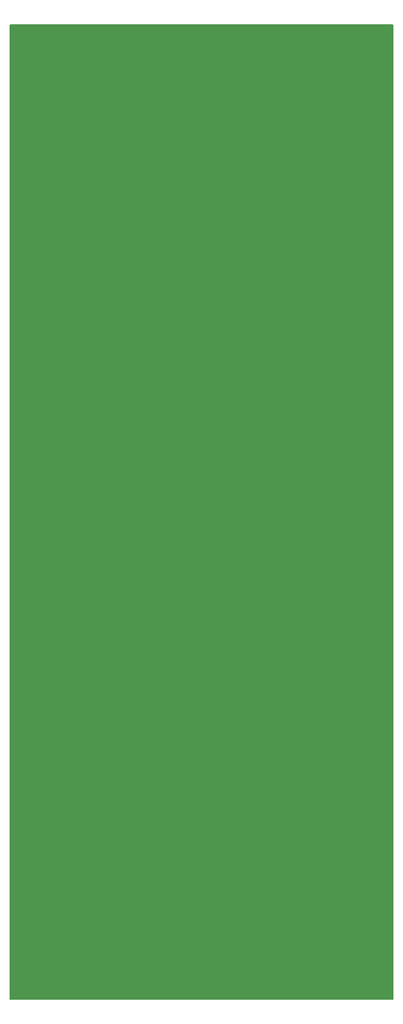
<source format=gbr>
%TF.GenerationSoftware,KiCad,Pcbnew,7.0.6*%
%TF.CreationDate,2023-10-15T17:55:57+01:00*%
%TF.ProjectId,DSP 1.1,44535020-312e-4312-9e6b-696361645f70,rev?*%
%TF.SameCoordinates,Original*%
%TF.FileFunction,Soldermask,Top*%
%TF.FilePolarity,Negative*%
%FSLAX46Y46*%
G04 Gerber Fmt 4.6, Leading zero omitted, Abs format (unit mm)*
G04 Created by KiCad (PCBNEW 7.0.6) date 2023-10-15 17:55:57*
%MOMM*%
%LPD*%
G01*
G04 APERTURE LIST*
%ADD10C,0.150000*%
%ADD11C,7.000000*%
%ADD12C,8.000000*%
%ADD13O,8.500000X5.000000*%
G04 APERTURE END LIST*
D10*
X-6451600Y-136525000D02*
X44297600Y-136525000D01*
X44297600Y-265527400D01*
X-6451600Y-265527400D01*
X-6451600Y-136525000D01*
G36*
X-6451600Y-136525000D02*
G01*
X44297600Y-136525000D01*
X44297600Y-265527400D01*
X-6451600Y-265527400D01*
X-6451600Y-136525000D01*
G37*
D11*
%TO.C,REF\u002A\u002A*%
X28630800Y-243769800D03*
%TD*%
D12*
%TO.C,REF\u002A\u002A*%
X34091600Y-157202800D03*
%TD*%
%TO.C,REF\u002A\u002A*%
X32694800Y-186442000D03*
%TD*%
D13*
%TO.C,REF\u002A\u002A*%
X991800Y-139454800D03*
%TD*%
%TO.C,REF\u002A\u002A*%
X36711800Y-139454800D03*
%TD*%
D11*
%TO.C,REF\u002A\u002A*%
X18724800Y-243769800D03*
%TD*%
D12*
%TO.C,*%
X5720000Y-186492271D03*
%TD*%
D11*
%TO.C,REF\u002A\u002A*%
X38663800Y-243769800D03*
%TD*%
D12*
%TO.C,REF\u002A\u002A*%
X32694800Y-214178800D03*
%TD*%
D11*
%TO.C,REF\u002A\u002A*%
X-833200Y-243769800D03*
%TD*%
D12*
%TO.C,*%
X5643800Y-214178800D03*
%TD*%
D13*
%TO.C,REF\u002A\u002A*%
X36711800Y-261954800D03*
%TD*%
D11*
%TO.C,*%
X8691800Y-243769800D03*
%TD*%
D13*
%TO.C,REF\u002A\u002A*%
X991800Y-261954800D03*
%TD*%
M02*

</source>
